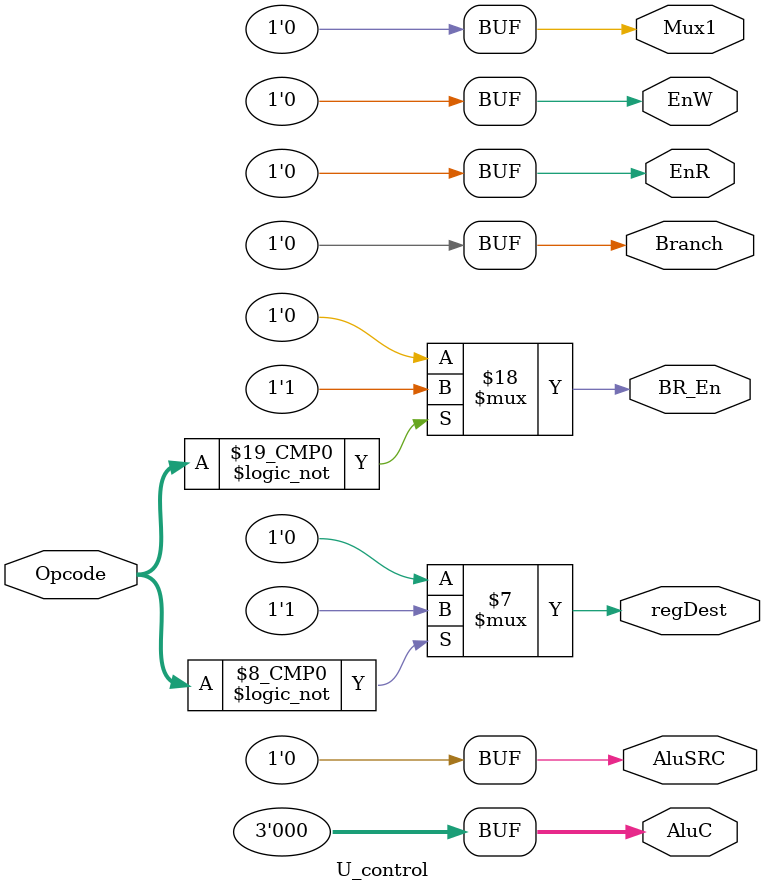
<source format=v>
`timescale 1ns/1ns

module U_control (
    input [5:0] Opcode,
    output reg BR_En,    // RegWrite - Habilita escritura en banco de registros
    output reg [2:0] AluC,    // AluOp - Código de operación para ALU
    output reg EnW,      // MemWrite - Habilita escritura en memoria
    output reg EnR,      // MemRead - Habilita lectura de memoria
    output reg Mux1,     // MemToReg - Selecciona entre ALU y memoria
    output reg regDest,  // RegDest - Selecciona registro destino
    output reg AluSRC,   // AluSrc - Selecciona entre registro y valor inmediato
    output reg Branch    // Branch - Habilita salto condicional
);

    // Parámetros para los opcodes
    localparam R_TYPE = 6'b000000;

    always @(*) begin
        // Valores por defecto para evitar latches
        BR_En = 1'b0;
        AluC = 3'b000;
        EnW = 1'b0;
        EnR = 1'b0;
        Mux1 = 1'b0;
        regDest = 1'b0;
        Branch = 1'b0;
        AluSRC = 1'b0;

        case(Opcode)
            R_TYPE: begin
                // Señales para instrucciones tipo R
                BR_En = 1'b1;     // Habilitar escritura en registro
                AluC = 3'b000;    // Operación ALU determinada por campo funct
                EnW = 1'b0;       // No escribir en memoria
                EnR = 1'b0;       // No leer de memoria
                Mux1 = 1'b0;      // Seleccionar resultado de ALU
                regDest = 1'b1;   // Seleccionar rd como registro destino
                Branch = 1'b0;    // No es instrucción de salto
                AluSRC = 1'b0;    // Usar registro como segundo operando
            end
            
            default: begin
                // Mantener valores por defecto
            end
        endcase
    end

endmodule
</source>
